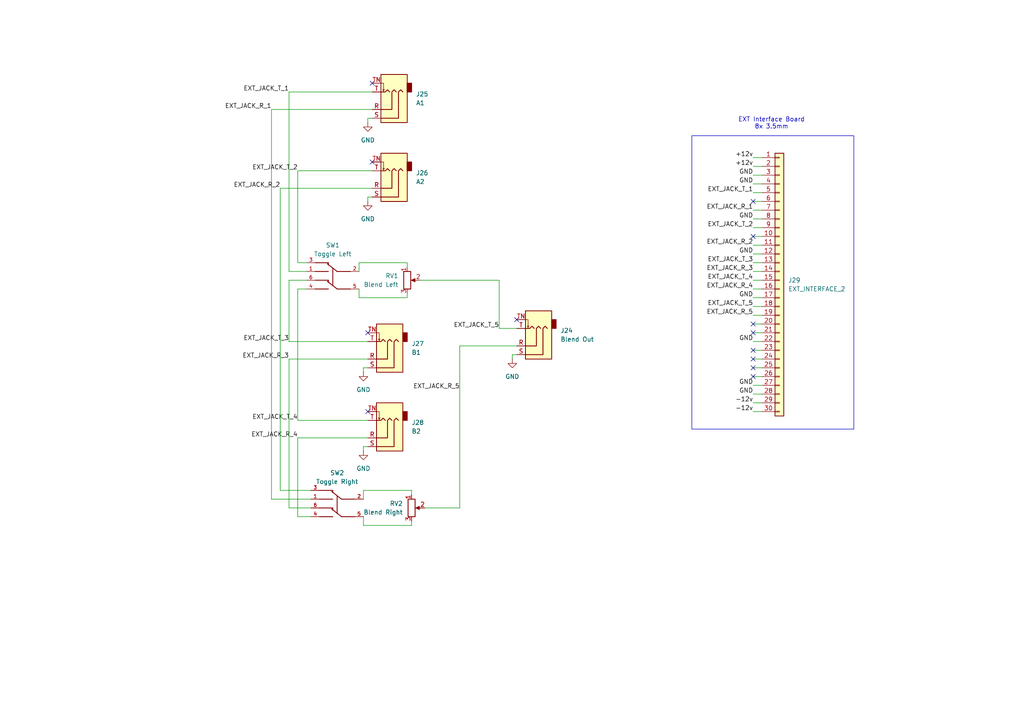
<source format=kicad_sch>
(kicad_sch (version 20231120) (generator "eeschema") (generator_version "8.0")
  (paper "A4")
  (title_block (title "Superstitious Acrobat") (date "2024-11-16") (rev "1.0") (company "velvia-fifty") (comment 1 "https://github.com/velvia-fifty/AudioThings") (comment 2 "You should have changed this already :)") (comment 4 "Stay humble"))
  (lib_symbols
    (symbol "AT-Symbols:DPDT Micro 1825138-7" (pin_names (offset 1.016))
      (property "Reference" "SW" (at -3.8172 6.362 0))
      (property "Value" "1825138-7" (at -3.8107 -5.7161 0))
      (symbol "DPDT Micro 1825138-7_0_0"
        (polyline (pts (xy -5.08 -2.54) (xy -1.27 -2.54)) (stroke (width 0.254)))
        (polyline (pts (xy -5.08 2.54) (xy -1.27 2.54)) (stroke (width 0.254)))
        (polyline (pts (xy -1.27 -2.54) (xy 1.5875 -0.3175)) (stroke (width 0.254)))
        (polyline (pts (xy -1.27 2.54) (xy 1.5875 4.7625)) (stroke (width 0.254)))
        (polyline (pts (xy 0 3.4925) (xy 0 -1.5875)) (stroke (width 0.254)))
        (polyline (pts (xy 1.27 -2.54) (xy 5.08 -2.54)) (stroke (width 0.254)))
        (polyline (pts (xy 1.27 0) (xy 1.27 -0.635)) (stroke (width 0.254)))
        (polyline (pts (xy 1.27 0) (xy 5.08 0)) (stroke (width 0.254)))
        (polyline (pts (xy 1.27 2.54) (xy 5.08 2.54)) (stroke (width 0.254)))
        (polyline (pts (xy 1.27 5.08) (xy 1.27 4.445)) (stroke (width 0.254)))
        (polyline (pts (xy 1.27 5.08) (xy 5.08 5.08)) (stroke (width 0.254)))
        (pin passive line (at 7.62 2.54 180) (length 2.54) (name "~") (number "1"))
        (pin passive line (at -7.62 2.54 0) (length 2.54) (name "~") (number "2"))
        (pin passive line (at 7.62 5.08 180) (length 2.54) (name "~") (number "3"))
        (pin passive line (at 7.62 -2.54 180) (length 2.54) (name "~") (number "4"))
        (pin passive line (at -7.62 -2.54 0) (length 2.54) (name "~") (number "5"))
        (pin passive line (at 7.62 0 180) (length 2.54) (name "~") (number "6"))
      )
    )
    (symbol "Connector_Audio:AudioJack3_SwitchT"
      (property "Reference" "J" (at 0 8.89 0))
      (property "Value" "AudioJack3_SwitchT" (at 0 6.35 0))
      (symbol "AudioJack3_SwitchT_0_1"
        (rectangle (start -5.08 -5.08) (end -6.35 -7.62) (stroke (width 0.254)) (fill (type outline)))
        (polyline (pts (xy 1.778 -5.334) (xy 2.032 -5.842)))
        (polyline (pts (xy 0 -5.08) (xy 0.635 -5.715) (xy 1.27 -5.08) (xy 2.54 -5.08)) (stroke (width 0.254)))
        (polyline (pts (xy 2.54 -7.62) (xy 1.778 -7.62) (xy 1.778 -5.334) (xy 1.524 -5.842)))
        (polyline (pts (xy -1.905 -5.08) (xy -1.27 -5.715) (xy -0.635 -5.08) (xy -0.635 0) (xy 2.54 0)) (stroke (width 0.254)))
        (polyline (pts (xy 2.54 2.54) (xy -2.54 2.54) (xy -2.54 -5.08) (xy -3.175 -5.715) (xy -3.81 -5.08)) (stroke (width 0.254)))
        (rectangle (start 2.54 3.81) (end -5.08 -10.16) (stroke (width 0.254)) (fill (type background)))
      )
      (symbol "AudioJack3_SwitchT_1_1"
        (pin passive line (at 5.08 0 180) (length 2.54) (name "~") (number "R"))
        (pin passive line (at 5.08 2.54 180) (length 2.54) (name "~") (number "S"))
        (pin passive line (at 5.08 -5.08 180) (length 2.54) (name "~") (number "T"))
        (pin passive line (at 5.08 -7.62 180) (length 2.54) (name "~") (number "TN"))
      )
    )
    (symbol "Connector_Generic:Conn_01x30" (pin_names (offset 1.016) hide)
      (property "Reference" "J" (at 0 38.1 0))
      (property "Value" "Conn_01x30" (at 0 -40.64 0))
      (symbol "Conn_01x30_1_1"
        (rectangle (start -1.27 -37.973) (end 0 -38.227) (stroke (width 0.1524)))
        (rectangle (start -1.27 -35.433) (end 0 -35.687) (stroke (width 0.1524)))
        (rectangle (start -1.27 -32.893) (end 0 -33.147) (stroke (width 0.1524)))
        (rectangle (start -1.27 -30.353) (end 0 -30.607) (stroke (width 0.1524)))
        (rectangle (start -1.27 -27.813) (end 0 -28.067) (stroke (width 0.1524)))
        (rectangle (start -1.27 -25.273) (end 0 -25.527) (stroke (width 0.1524)))
        (rectangle (start -1.27 -22.733) (end 0 -22.987) (stroke (width 0.1524)))
        (rectangle (start -1.27 -20.193) (end 0 -20.447) (stroke (width 0.1524)))
        (rectangle (start -1.27 -17.653) (end 0 -17.907) (stroke (width 0.1524)))
        (rectangle (start -1.27 -15.113) (end 0 -15.367) (stroke (width 0.1524)))
        (rectangle (start -1.27 -12.573) (end 0 -12.827) (stroke (width 0.1524)))
        (rectangle (start -1.27 -10.033) (end 0 -10.287) (stroke (width 0.1524)))
        (rectangle (start -1.27 -7.493) (end 0 -7.747) (stroke (width 0.1524)))
        (rectangle (start -1.27 -4.953) (end 0 -5.207) (stroke (width 0.1524)))
        (rectangle (start -1.27 -2.413) (end 0 -2.667) (stroke (width 0.1524)))
        (rectangle (start -1.27 0.127) (end 0 -0.127) (stroke (width 0.1524)))
        (rectangle (start -1.27 2.667) (end 0 2.413) (stroke (width 0.1524)))
        (rectangle (start -1.27 5.207) (end 0 4.953) (stroke (width 0.1524)))
        (rectangle (start -1.27 7.747) (end 0 7.493) (stroke (width 0.1524)))
        (rectangle (start -1.27 10.287) (end 0 10.033) (stroke (width 0.1524)))
        (rectangle (start -1.27 12.827) (end 0 12.573) (stroke (width 0.1524)))
        (rectangle (start -1.27 15.367) (end 0 15.113) (stroke (width 0.1524)))
        (rectangle (start -1.27 17.907) (end 0 17.653) (stroke (width 0.1524)))
        (rectangle (start -1.27 20.447) (end 0 20.193) (stroke (width 0.1524)))
        (rectangle (start -1.27 22.987) (end 0 22.733) (stroke (width 0.1524)))
        (rectangle (start -1.27 25.527) (end 0 25.273) (stroke (width 0.1524)))
        (rectangle (start -1.27 28.067) (end 0 27.813) (stroke (width 0.1524)))
        (rectangle (start -1.27 30.607) (end 0 30.353) (stroke (width 0.1524)))
        (rectangle (start -1.27 33.147) (end 0 32.893) (stroke (width 0.1524)))
        (rectangle (start -1.27 35.687) (end 0 35.433) (stroke (width 0.1524)))
        (rectangle (start -1.27 36.83) (end 1.27 -39.37) (stroke (width 0.254)) (fill (type background)))
        (pin passive line (at -5.08 35.56 0) (length 3.81) (name "Pin_1") (number "1"))
        (pin passive line (at -5.08 12.7 0) (length 3.81) (name "Pin_10") (number "10"))
        (pin passive line (at -5.08 10.16 0) (length 3.81) (name "Pin_11") (number "11"))
        (pin passive line (at -5.08 7.62 0) (length 3.81) (name "Pin_12") (number "12"))
        (pin passive line (at -5.08 5.08 0) (length 3.81) (name "Pin_13") (number "13"))
        (pin passive line (at -5.08 2.54 0) (length 3.81) (name "Pin_14") (number "14"))
        (pin passive line (at -5.08 0 0) (length 3.81) (name "Pin_15") (number "15"))
        (pin passive line (at -5.08 -2.54 0) (length 3.81) (name "Pin_16") (number "16"))
        (pin passive line (at -5.08 -5.08 0) (length 3.81) (name "Pin_17") (number "17"))
        (pin passive line (at -5.08 -7.62 0) (length 3.81) (name "Pin_18") (number "18"))
        (pin passive line (at -5.08 -10.16 0) (length 3.81) (name "Pin_19") (number "19"))
        (pin passive line (at -5.08 33.02 0) (length 3.81) (name "Pin_2") (number "2"))
        (pin passive line (at -5.08 -12.7 0) (length 3.81) (name "Pin_20") (number "20"))
        (pin passive line (at -5.08 -15.24 0) (length 3.81) (name "Pin_21") (number "21"))
        (pin passive line (at -5.08 -17.78 0) (length 3.81) (name "Pin_22") (number "22"))
        (pin passive line (at -5.08 -20.32 0) (length 3.81) (name "Pin_23") (number "23"))
        (pin passive line (at -5.08 -22.86 0) (length 3.81) (name "Pin_24") (number "24"))
        (pin passive line (at -5.08 -25.4 0) (length 3.81) (name "Pin_25") (number "25"))
        (pin passive line (at -5.08 -27.94 0) (length 3.81) (name "Pin_26") (number "26"))
        (pin passive line (at -5.08 -30.48 0) (length 3.81) (name "Pin_27") (number "27"))
        (pin passive line (at -5.08 -33.02 0) (length 3.81) (name "Pin_28") (number "28"))
        (pin passive line (at -5.08 -35.56 0) (length 3.81) (name "Pin_29") (number "29"))
        (pin passive line (at -5.08 30.48 0) (length 3.81) (name "Pin_3") (number "3"))
        (pin passive line (at -5.08 -38.1 0) (length 3.81) (name "Pin_30") (number "30"))
        (pin passive line (at -5.08 27.94 0) (length 3.81) (name "Pin_4") (number "4"))
        (pin passive line (at -5.08 25.4 0) (length 3.81) (name "Pin_5") (number "5"))
        (pin passive line (at -5.08 22.86 0) (length 3.81) (name "Pin_6") (number "6"))
        (pin passive line (at -5.08 20.32 0) (length 3.81) (name "Pin_7") (number "7"))
        (pin passive line (at -5.08 17.78 0) (length 3.81) (name "Pin_8") (number "8"))
        (pin passive line (at -5.08 15.24 0) (length 3.81) (name "Pin_9") (number "9"))
      )
    )
    (symbol "Device:R_Potentiometer" (pin_names (offset 1.016) hide)
      (property "Reference" "RV" (at -4.445 0 90))
      (property "Value" "R_Potentiometer" (at -2.54 0 90))
      (symbol "R_Potentiometer_0_1"
        (polyline (pts (xy 2.54 0) (xy 1.524 0)))
        (polyline (pts (xy 1.143 0) (xy 2.286 0.508) (xy 2.286 -0.508) (xy 1.143 0)) (fill (type outline)))
        (rectangle (start 1.016 2.54) (end -1.016 -2.54) (stroke (width 0.254)))
      )
      (symbol "R_Potentiometer_1_1"
        (pin passive line (at 0 3.81 270) (length 1.27) (name "1") (number "1"))
        (pin passive line (at 3.81 0 180) (length 1.27) (name "2") (number "2"))
        (pin passive line (at 0 -3.81 90) (length 1.27) (name "3") (number "3"))
      )
    )
    (symbol "power:GND" (power) (pin_numbers hide) (pin_names (offset 0) hide)
      (property "Value" "GND" (at 0 -3.81 0))
      (symbol "GND_0_1"
        (polyline (pts (xy 0 0) (xy 0 -1.27) (xy 1.27 -1.27) (xy 0 -2.54) (xy -1.27 -1.27) (xy 0 -1.27)))
      )
      (symbol "GND_1_1"
        (pin power_in line (at 0 0 270) (length 0) (name "~") (number "1"))
      )
    )
  )
  (no_connect (at 218.44 58.42))
  (no_connect (at 107.95 24.13))
  (no_connect (at 218.44 106.68))
  (no_connect (at 218.44 101.6))
  (no_connect (at 106.68 96.52))
  (no_connect (at 218.44 109.22))
  (no_connect (at 149.86 92.71))
  (no_connect (at 107.95 46.99))
  (no_connect (at 218.44 93.98))
  (no_connect (at 218.44 96.52))
  (no_connect (at 218.44 104.14))
  (no_connect (at 218.44 68.58))
  (no_connect (at 106.68 119.38))
  (wire (pts (xy 220.98 55.88) (xy 218.44 55.88)))
  (wire (pts (xy 144.78 81.28) (xy 121.92 81.28)))
  (wire (pts (xy 86.36 127) (xy 106.68 127)))
  (wire (pts (xy 88.9 81.28) (xy 83.82 81.28)))
  (wire (pts (xy 106.68 34.29) (xy 107.95 34.29)))
  (wire (pts (xy 220.98 48.26) (xy 218.44 48.26)))
  (wire (pts (xy 119.38 142.24) (xy 105.41 142.24)))
  (wire (pts (xy 88.9 83.82) (xy 86.36 83.82)))
  (wire (pts (xy 144.78 95.25) (xy 144.78 81.28)))
  (wire (pts (xy 220.98 116.84) (xy 218.44 116.84)))
  (wire (pts (xy 105.41 142.24) (xy 105.41 144.78)))
  (wire (pts (xy 148.59 104.14) (xy 148.59 102.87)))
  (wire (pts (xy 220.98 119.38) (xy 218.44 119.38)))
  (wire (pts (xy 119.38 151.13) (xy 119.38 152.4)))
  (wire (pts (xy 90.17 142.24) (xy 81.28 142.24)))
  (wire (pts (xy 220.98 96.52) (xy 218.44 96.52)))
  (wire (pts (xy 83.82 81.28) (xy 83.82 99.06)))
  (wire (pts (xy 88.9 78.74) (xy 83.82 78.74)))
  (wire (pts (xy 220.98 76.2) (xy 218.44 76.2)))
  (wire (pts (xy 86.36 49.53) (xy 86.36 76.2)))
  (wire (pts (xy 105.41 107.95) (xy 105.41 106.68)))
  (wire (pts (xy 104.14 86.36) (xy 104.14 83.82)))
  (wire (pts (xy 220.98 71.12) (xy 218.44 71.12)))
  (wire (pts (xy 78.74 144.78) (xy 90.17 144.78)))
  (wire (pts (xy 148.59 102.87) (xy 149.86 102.87)))
  (wire (pts (xy 83.82 147.32) (xy 90.17 147.32)))
  (wire (pts (xy 105.41 106.68) (xy 106.68 106.68)))
  (wire (pts (xy 149.86 95.25) (xy 144.78 95.25)))
  (wire (pts (xy 220.98 104.14) (xy 218.44 104.14)))
  (wire (pts (xy 90.17 149.86) (xy 86.36 149.86)))
  (wire (pts (xy 220.98 114.3) (xy 218.44 114.3)))
  (wire (pts (xy 220.98 78.74) (xy 218.44 78.74)))
  (wire (pts (xy 220.98 53.34) (xy 218.44 53.34)))
  (wire (pts (xy 220.98 88.9) (xy 218.44 88.9)))
  (wire (pts (xy 220.98 45.72) (xy 218.44 45.72)))
  (wire (pts (xy 119.38 152.4) (xy 105.41 152.4)))
  (wire (pts (xy 106.68 58.42) (xy 106.68 57.15)))
  (wire (pts (xy 86.36 76.2) (xy 88.9 76.2)))
  (wire (pts (xy 220.98 106.68) (xy 218.44 106.68)))
  (wire (pts (xy 220.98 50.8) (xy 218.44 50.8)))
  (wire (pts (xy 220.98 68.58) (xy 218.44 68.58)))
  (wire (pts (xy 86.36 121.92) (xy 106.68 121.92)))
  (wire (pts (xy 133.35 100.33) (xy 149.86 100.33)))
  (wire (pts (xy 86.36 83.82) (xy 86.36 121.92)))
  (wire (pts (xy 83.82 99.06) (xy 106.68 99.06)))
  (wire (pts (xy 220.98 63.5) (xy 218.44 63.5)))
  (wire (pts (xy 118.11 76.2) (xy 104.14 76.2)))
  (wire (pts (xy 105.41 130.81) (xy 105.41 129.54)))
  (wire (pts (xy 106.68 104.14) (xy 83.82 104.14)))
  (wire (pts (xy 105.41 152.4) (xy 105.41 149.86)))
  (wire (pts (xy 118.11 77.47) (xy 118.11 76.2)))
  (wire (pts (xy 220.98 60.96) (xy 218.44 60.96)))
  (wire (pts (xy 220.98 81.28) (xy 218.44 81.28)))
  (wire (pts (xy 78.74 31.75) (xy 78.74 144.78)))
  (wire (pts (xy 118.11 85.09) (xy 118.11 86.36)))
  (wire (pts (xy 86.36 49.53) (xy 107.95 49.53)))
  (wire (pts (xy 81.28 142.24) (xy 81.28 54.61)))
  (wire (pts (xy 83.82 78.74) (xy 83.82 26.67)))
  (wire (pts (xy 119.38 143.51) (xy 119.38 142.24)))
  (wire (pts (xy 220.98 111.76) (xy 218.44 111.76)))
  (wire (pts (xy 220.98 83.82) (xy 218.44 83.82)))
  (wire (pts (xy 86.36 149.86) (xy 86.36 127)))
  (wire (pts (xy 83.82 26.67) (xy 107.95 26.67)))
  (wire (pts (xy 81.28 54.61) (xy 107.95 54.61)))
  (wire (pts (xy 220.98 66.04) (xy 218.44 66.04)))
  (wire (pts (xy 123.19 147.32) (xy 133.35 147.32)))
  (wire (pts (xy 107.95 31.75) (xy 78.74 31.75)))
  (wire (pts (xy 220.98 93.98) (xy 218.44 93.98)))
  (wire (pts (xy 220.98 109.22) (xy 218.44 109.22)))
  (wire (pts (xy 133.35 147.32) (xy 133.35 100.33)))
  (wire (pts (xy 220.98 73.66) (xy 218.44 73.66)))
  (wire (pts (xy 220.98 58.42) (xy 218.44 58.42)))
  (wire (pts (xy 220.98 101.6) (xy 218.44 101.6)))
  (wire (pts (xy 104.14 76.2) (xy 104.14 78.74)))
  (wire (pts (xy 106.68 57.15) (xy 107.95 57.15)))
  (wire (pts (xy 220.98 99.06) (xy 218.44 99.06)))
  (wire (pts (xy 220.98 86.36) (xy 218.44 86.36)))
  (wire (pts (xy 106.68 35.56) (xy 106.68 34.29)))
  (wire (pts (xy 118.11 86.36) (xy 104.14 86.36)))
  (wire (pts (xy 83.82 104.14) (xy 83.82 147.32)))
  (wire (pts (xy 220.98 91.44) (xy 218.44 91.44)))
  (wire (pts (xy 105.41 129.54) (xy 106.68 129.54)))
  (rectangle (start 200.66 39.37) (end 247.65 124.46))
  (text "EXT Interface Board\n8x 3.5mm" (at 223.774 35.814 0) (effects (font (size 1.27 1.27))))
  (label "EXT_JACK_T_1" (at 218.44 55.88 180))
  (label "GND" (at 218.44 111.76 180))
  (label "EXT_JACK_R_1" (at 78.74 31.75 180))
  (label "-12v" (at 218.44 116.84 180))
  (label "EXT_JACK_R_3" (at 218.44 78.74 180))
  (label "EXT_JACK_T_5" (at 144.78 95.25 180))
  (label "-12v" (at 218.44 119.38 180))
  (label "EXT_JACK_T_2" (at 86.36 49.53 180))
  (label "GND" (at 218.44 73.66 180))
  (label "EXT_JACK_R_2" (at 218.44 71.12 180))
  (label "EXT_JACK_R_5" (at 133.35 113.03 180))
  (label "EXT_JACK_R_3" (at 83.82 104.14 180))
  (label "GND" (at 218.44 53.34 180))
  (label "EXT_JACK_R_4" (at 86.36 127 180))
  (label "EXT_JACK_R_1" (at 218.44 60.96 180))
  (label "EXT_JACK_T_2" (at 218.44 66.04 180))
  (label "EXT_JACK_R_2" (at 81.28 54.61 180))
  (label "GND" (at 218.44 99.06 180))
  (label "EXT_JACK_T_4" (at 86.36 121.92 180))
  (label "+12v" (at 218.44 45.72 180))
  (label "EXT_JACK_T_1" (at 83.82 26.67 180))
  (label "GND" (at 218.44 50.8 180))
  (label "EXT_JACK_T_3" (at 218.44 76.2 180))
  (label "GND" (at 218.44 86.36 180))
  (label "EXT_JACK_T_5" (at 218.44 88.9 180))
  (label "+12v" (at 218.44 48.26 180))
  (label "EXT_JACK_R_5" (at 218.44 91.44 180))
  (label "EXT_JACK_T_3" (at 83.82 99.06 180))
  (label "EXT_JACK_R_4" (at 218.44 83.82 180))
  (label "GND" (at 218.44 63.5 180))
  (label "GND" (at 218.44 114.3 180))
  (label "EXT_JACK_T_4" (at 218.44 81.28 180))
  (symbol (lib_id "power:GND") (at 106.68 58.42 0) (mirror y) (unit 1)
    (property "Reference" "#PWR015" (effects (hide yes)))
    (property "Value" "GND" (at 106.68 63.5 0))
    (property "Description" "Power symbol creates a global label with name \"GND\" , ground" (effects (hide yes)))
  )
  (symbol (lib_id "Connector_Audio:AudioJack3_SwitchT") (at 111.76 127 180) (unit 1)
    (property "Reference" "J28" (at 119.38 122.5549 0) (effects (justify right)))
    (property "Value" "B2" (at 119.38 125.0949 0) (effects (justify right)))
    (property "Footprint" "AT-Footprints:SMD_STEREO_CUI_SJ-3524-SMT_Horizontal" (effects (hide yes)))
    (property "Description" "Audio Jack, 3 Poles (Stereo / TRS), Switched T Pole (Normalling)" (effects (hide yes)))
  )
  (symbol (lib_id "Device:R_Potentiometer") (at 119.38 147.32 0) (unit 1)
    (property "Reference" "RV2" (at 116.84 146.0499 0) (effects (justify right)))
    (property "Value" "Blend Right" (at 116.84 148.5899 0) (effects (justify right)))
    (property "Footprint" "AT-Footprints:Potentiometer_Bourns_PTV09A-2_Single_Horizontal" (effects (hide yes)))
    (property "Description" "Potentiometer" (effects (hide yes)))
  )
  (symbol (lib_id "Connector_Audio:AudioJack3_SwitchT") (at 113.03 54.61 180) (unit 1)
    (property "Reference" "J26" (at 120.65 50.1649 0) (effects (justify right)))
    (property "Value" "A2" (at 120.65 52.7049 0) (effects (justify right)))
    (property "Footprint" "AT-Footprints:SMD_STEREO_CUI_SJ-3524-SMT_Horizontal" (effects (hide yes)))
    (property "Description" "Audio Jack, 3 Poles (Stereo / TRS), Switched T Pole (Normalling)" (effects (hide yes)))
  )
  (symbol (lib_id "Connector_Audio:AudioJack3_SwitchT") (at 111.76 104.14 180) (unit 1)
    (property "Reference" "J27" (at 119.38 99.6949 0) (effects (justify right)))
    (property "Value" "B1" (at 119.38 102.2349 0) (effects (justify right)))
    (property "Footprint" "AT-Footprints:SMD_STEREO_CUI_SJ-3524-SMT_Horizontal" (effects (hide yes)))
    (property "Description" "Audio Jack, 3 Poles (Stereo / TRS), Switched T Pole (Normalling)" (effects (hide yes)))
  )
  (symbol (lib_id "power:GND") (at 105.41 107.95 0) (mirror y) (unit 1)
    (property "Reference" "#PWR016" (effects (hide yes)))
    (property "Value" "GND" (at 105.41 113.03 0))
    (property "Description" "Power symbol creates a global label with name \"GND\" , ground" (effects (hide yes)))
  )
  (symbol (lib_id "power:GND") (at 148.59 104.14 0) (mirror y) (unit 1)
    (property "Reference" "#PWR013" (effects (hide yes)))
    (property "Value" "GND" (at 148.59 109.22 0))
    (property "Description" "Power symbol creates a global label with name \"GND\" , ground" (effects (hide yes)))
  )
  (symbol (lib_id "Connector_Audio:AudioJack3_SwitchT") (at 154.94 100.33 180) (unit 1)
    (property "Reference" "J24" (at 162.56 95.8849 0) (effects (justify right)))
    (property "Value" "Blend Out" (at 162.56 98.4249 0) (effects (justify right)))
    (property "Footprint" "AT-Footprints:SMD_STEREO_CUI_SJ-3524-SMT_Horizontal" (effects (hide yes)))
    (property "Description" "Audio Jack, 3 Poles (Stereo / TRS), Switched T Pole (Normalling)" (effects (hide yes)))
  )
  (symbol (lib_id "AT-Symbols:DPDT Micro 1825138-7") (at 96.52 81.28 0) (mirror y) (unit 1)
    (property "Reference" "SW1" (at 96.52 71.12 0))
    (property "Value" "Toggle Left" (at 96.52 73.66 0))
    (property "Footprint" "AT-Footprints:DPDT Micro SW_1825138-7" (effects (hide yes)))
    (property "Description" "TE Part" (effects (hide yes)))
    (property "PARTREV" "A5" (effects (hide yes)))
    (property "STANDARD" "Manufacturer recommendations" (effects (hide yes)))
    (property "MANUFACTURER" "TE Connectivity" (effects (hide yes)))
  )
  (symbol (lib_id "Connector_Generic:Conn_01x30") (at 226.06 81.28 0) (unit 1)
    (property "Reference" "J29" (at 228.6 81.2799 0) (effects (justify left)))
    (property "Value" "EXT_INTERFACE_2" (at 228.6 83.8199 0) (effects (justify left)))
    (property "Footprint" "AT-Footprints:AMPHENOL_SFV30R-4STE1HLF - FFC - 30 RA" (effects (hide yes)))
    (property "Description" "Generic connector, single row, 01x30, script generated (kicad-library-utils/schlib/autogen/connector/)" (effects (hide yes)))
  )
  (symbol (lib_id "power:GND") (at 106.68 35.56 0) (mirror y) (unit 1)
    (property "Reference" "#PWR014" (effects (hide yes)))
    (property "Value" "GND" (at 106.68 40.64 0))
    (property "Description" "Power symbol creates a global label with name \"GND\" , ground" (effects (hide yes)))
  )
  (symbol (lib_id "power:GND") (at 105.41 130.81 0) (mirror y) (unit 1)
    (property "Reference" "#PWR017" (effects (hide yes)))
    (property "Value" "GND" (at 105.41 135.89 0))
    (property "Description" "Power symbol creates a global label with name \"GND\" , ground" (effects (hide yes)))
  )
  (symbol (lib_id "AT-Symbols:DPDT Micro 1825138-7") (at 97.79 147.32 0) (mirror y) (unit 1)
    (property "Reference" "SW2" (at 97.79 137.16 0))
    (property "Value" "Toggle Right" (at 97.79 139.7 0))
    (property "Footprint" "AT-Footprints:DPDT Micro SW_1825138-7" (effects (hide yes)))
    (property "Description" "TE Part" (effects (hide yes)))
    (property "PARTREV" "A5" (effects (hide yes)))
    (property "STANDARD" "Manufacturer recommendations" (effects (hide yes)))
    (property "MANUFACTURER" "TE Connectivity" (effects (hide yes)))
  )
  (symbol (lib_id "Device:R_Potentiometer") (at 118.11 81.28 0) (unit 1)
    (property "Reference" "RV1" (at 115.57 80.0099 0) (effects (justify right)))
    (property "Value" "Blend Left" (at 115.57 82.5499 0) (effects (justify right)))
    (property "Footprint" "AT-Footprints:Potentiometer_Bourns_PTV09A-2_Single_Horizontal" (effects (hide yes)))
    (property "Description" "Potentiometer" (effects (hide yes)))
  )
  (symbol (lib_id "Connector_Audio:AudioJack3_SwitchT") (at 113.03 31.75 180) (unit 1)
    (property "Reference" "J25" (at 120.65 27.3049 0) (effects (justify right)))
    (property "Value" "A1" (at 120.65 29.8449 0) (effects (justify right)))
    (property "Footprint" "AT-Footprints:SMD_STEREO_CUI_SJ-3524-SMT_Horizontal" (effects (hide yes)))
    (property "Description" "Audio Jack, 3 Poles (Stereo / TRS), Switched T Pole (Normalling)" (effects (hide yes)))
  )
)
</source>
